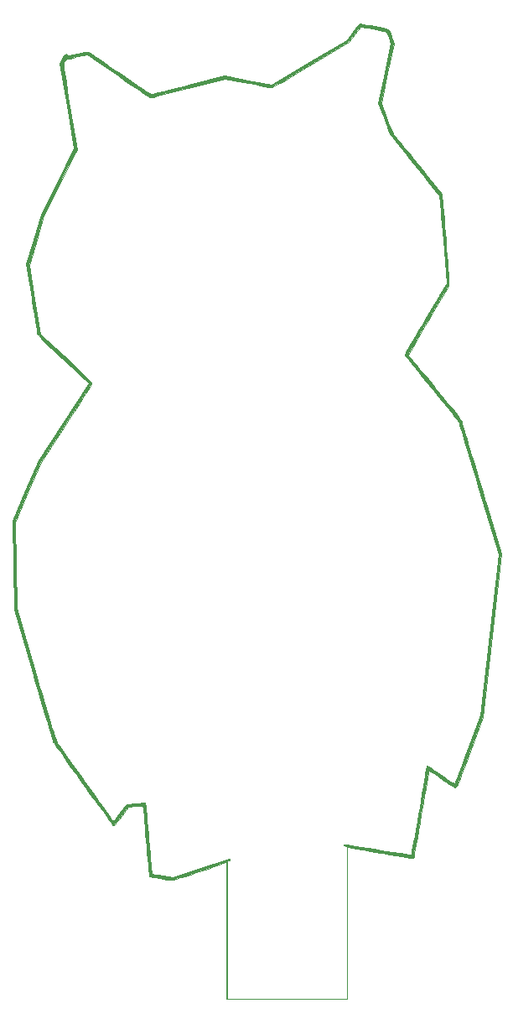
<source format=gm1>
G04 #@! TF.FileFunction,Profile,NP*
%FSLAX46Y46*%
G04 Gerber Fmt 4.6, Leading zero omitted, Abs format (unit mm)*
G04 Created by KiCad (PCBNEW 0.201507042246+5884~23~ubuntu14.04.1-product) date Thu 09 Jul 2015 02:20:40 PM PDT*
%MOMM*%
G01*
G04 APERTURE LIST*
%ADD10C,0.150000*%
%ADD11C,0.100000*%
%ADD12C,0.002540*%
G04 APERTURE END LIST*
D10*
D11*
X224688400Y-163322000D02*
X224688400Y-147878800D01*
X212547200Y-163322000D02*
X224688400Y-163322000D01*
X212547200Y-149352000D02*
X212547200Y-163322000D01*
X224663000Y-147828000D02*
X224663000Y-163322000D01*
X212471000Y-149352000D02*
X212471000Y-163322000D01*
D12*
G36*
X240256060Y-118361460D02*
X239316260Y-126606300D01*
X238373920Y-134851140D01*
X237187740Y-138099800D01*
X236872780Y-138958320D01*
X236611160Y-139672060D01*
X236397800Y-140253720D01*
X236225080Y-140718540D01*
X236087920Y-141079220D01*
X235981240Y-141351000D01*
X235899960Y-141549120D01*
X235836460Y-141683740D01*
X235785660Y-141772640D01*
X235739940Y-141825980D01*
X235699300Y-141861540D01*
X235653580Y-141889480D01*
X235648500Y-141894560D01*
X235574840Y-141917420D01*
X235473240Y-141899640D01*
X235323380Y-141831060D01*
X235102400Y-141698980D01*
X234792520Y-141490700D01*
X234373420Y-141198600D01*
X234221020Y-141089380D01*
X233817160Y-140804900D01*
X233464100Y-140561060D01*
X233184700Y-140373100D01*
X232996740Y-140253720D01*
X232925620Y-140218160D01*
X232907840Y-140304520D01*
X232864660Y-140543280D01*
X232801160Y-140919200D01*
X232714800Y-141411960D01*
X232613200Y-142011400D01*
X232496360Y-142702280D01*
X232369360Y-143464280D01*
X232232200Y-144284700D01*
X232173780Y-144640300D01*
X232034080Y-145481040D01*
X231902000Y-146268440D01*
X231777540Y-146992340D01*
X231668320Y-147632420D01*
X231574340Y-148173440D01*
X231495600Y-148602700D01*
X231439720Y-148902420D01*
X231409240Y-149054820D01*
X231401620Y-149072600D01*
X231312720Y-149067520D01*
X231073960Y-149039580D01*
X230703120Y-148986240D01*
X230217980Y-148912580D01*
X229638860Y-148821140D01*
X228981000Y-148714460D01*
X228262180Y-148595080D01*
X227947220Y-148541740D01*
X227027740Y-148386800D01*
X226265740Y-148252180D01*
X225648520Y-148137880D01*
X225163380Y-148041360D01*
X224800160Y-147957540D01*
X224546160Y-147883880D01*
X224391220Y-147820380D01*
X224322640Y-147764500D01*
X224327720Y-147708620D01*
X224337880Y-147698460D01*
X224429320Y-147701000D01*
X224670620Y-147731480D01*
X225041460Y-147782280D01*
X225526600Y-147855940D01*
X226105720Y-147947380D01*
X226761040Y-148054060D01*
X227477320Y-148173440D01*
X227744020Y-148219160D01*
X228594920Y-148361400D01*
X229344220Y-148483320D01*
X229981760Y-148579840D01*
X230492300Y-148653500D01*
X230868220Y-148699220D01*
X231099360Y-148717000D01*
X231170480Y-148709380D01*
X231195880Y-148612860D01*
X231246680Y-148366480D01*
X231320340Y-147982940D01*
X231411780Y-147482560D01*
X231518460Y-146878040D01*
X231637840Y-146187160D01*
X231767380Y-145425160D01*
X231902000Y-144609820D01*
X231937560Y-144399000D01*
X232100120Y-143403320D01*
X232239820Y-142562580D01*
X232356660Y-141861540D01*
X232450640Y-141290040D01*
X232529380Y-140835380D01*
X232592880Y-140479780D01*
X232641140Y-140215620D01*
X232681780Y-140027660D01*
X232712260Y-139903200D01*
X232737660Y-139829540D01*
X232760520Y-139793980D01*
X232783380Y-139783820D01*
X232808780Y-139783820D01*
X232821480Y-139783820D01*
X232915460Y-139829540D01*
X233126280Y-139961620D01*
X233428540Y-140162280D01*
X233796840Y-140416280D01*
X234210860Y-140705840D01*
X234223560Y-140716000D01*
X234729020Y-141071600D01*
X235110020Y-141325600D01*
X235374180Y-141483080D01*
X235534200Y-141551660D01*
X235592620Y-141541500D01*
X235633260Y-141442440D01*
X235724700Y-141198600D01*
X235864400Y-140832840D01*
X236039660Y-140355320D01*
X236250480Y-139788900D01*
X236484160Y-139148820D01*
X236740700Y-138452860D01*
X236888020Y-138049000D01*
X238125000Y-134660640D01*
X239049560Y-126547880D01*
X239974120Y-118435120D01*
X237990380Y-111823500D01*
X237683040Y-110799880D01*
X237393480Y-109824520D01*
X237119160Y-108905040D01*
X236865160Y-108054140D01*
X236639100Y-107289600D01*
X236440980Y-106616500D01*
X236275880Y-106052620D01*
X236146340Y-105608120D01*
X236057440Y-105295700D01*
X236011720Y-105125520D01*
X236006640Y-105100120D01*
X235953300Y-105013760D01*
X235803440Y-104810560D01*
X235564680Y-104505760D01*
X235249720Y-104106980D01*
X234866180Y-103632000D01*
X234426760Y-103090980D01*
X233941620Y-102496620D01*
X233418380Y-101864160D01*
X233339640Y-101767640D01*
X232808780Y-101127560D01*
X232310940Y-100523040D01*
X231853740Y-99966780D01*
X231449880Y-99474020D01*
X231109520Y-99057460D01*
X230842820Y-98729800D01*
X230662480Y-98503740D01*
X230576120Y-98391980D01*
X230573580Y-98386900D01*
X230555800Y-98328480D01*
X230565960Y-98234500D01*
X230616760Y-98092260D01*
X230713280Y-97889060D01*
X230863140Y-97607120D01*
X231073960Y-97233740D01*
X231353360Y-96751140D01*
X231711500Y-96146620D01*
X231902000Y-95829120D01*
X232285540Y-95181420D01*
X232676700Y-94521020D01*
X233060240Y-93878400D01*
X233415840Y-93278960D01*
X233723180Y-92758260D01*
X233969560Y-92341700D01*
X234027980Y-92242640D01*
X234726480Y-91059000D01*
X234393740Y-86664800D01*
X234327700Y-85816440D01*
X234264200Y-85018880D01*
X234203240Y-84287360D01*
X234147360Y-83639660D01*
X234096560Y-83091020D01*
X234053380Y-82654140D01*
X234017820Y-82351880D01*
X233994960Y-82194400D01*
X233987340Y-82176620D01*
X233921300Y-82092800D01*
X233758740Y-81892140D01*
X233512360Y-81587340D01*
X233192320Y-81191100D01*
X232811320Y-80718660D01*
X232376980Y-80185260D01*
X231904540Y-79601060D01*
X231546400Y-79161640D01*
X231051100Y-78544420D01*
X230581200Y-77965300D01*
X230154480Y-77434440D01*
X229781100Y-76967080D01*
X229471220Y-76575920D01*
X229237540Y-76278740D01*
X229090220Y-76088240D01*
X229044500Y-76027280D01*
X228975920Y-75882500D01*
X228859080Y-75605640D01*
X228711760Y-75232260D01*
X228544120Y-74785220D01*
X228384100Y-74345800D01*
X227855780Y-72872600D01*
X228493320Y-69865240D01*
X229130860Y-66857880D01*
X228922580Y-66299080D01*
X228808280Y-66012060D01*
X228706680Y-65783460D01*
X228640640Y-65669160D01*
X228640640Y-65666620D01*
X228536500Y-65628520D01*
X228295200Y-65565020D01*
X227949760Y-65488820D01*
X227530660Y-65405000D01*
X227312220Y-65366900D01*
X226060000Y-65138300D01*
X225465640Y-65928240D01*
X224873820Y-66718180D01*
X221020640Y-69001640D01*
X220284040Y-69438520D01*
X219590620Y-69847460D01*
X218953080Y-70220840D01*
X218389200Y-70551040D01*
X217906600Y-70830440D01*
X217523060Y-71048880D01*
X217251280Y-71201280D01*
X217103960Y-71280020D01*
X217083640Y-71287640D01*
X216982040Y-71272400D01*
X216735660Y-71226680D01*
X216367360Y-71158100D01*
X215900000Y-71069200D01*
X215353900Y-70965060D01*
X214751920Y-70848220D01*
X214675720Y-70832980D01*
X212351620Y-70378320D01*
X208620360Y-71340980D01*
X207853280Y-71539100D01*
X207134460Y-71721980D01*
X206484220Y-71889620D01*
X205915260Y-72031860D01*
X205445360Y-72151240D01*
X205092300Y-72237600D01*
X204873860Y-72288400D01*
X204805280Y-72303640D01*
X204718920Y-72257920D01*
X204510640Y-72123300D01*
X204190600Y-71909940D01*
X203774040Y-71630540D01*
X203276200Y-71292720D01*
X202712320Y-70906640D01*
X202092560Y-70479920D01*
X201564240Y-70114160D01*
X198412100Y-67924680D01*
X197388480Y-68168520D01*
X196989700Y-68265040D01*
X196651880Y-68351400D01*
X196405500Y-68417440D01*
X196291200Y-68458080D01*
X196288660Y-68458080D01*
X196197220Y-68562220D01*
X196095620Y-68732400D01*
X196072760Y-68795900D01*
X196057520Y-68887340D01*
X196054980Y-69019420D01*
X196067680Y-69204840D01*
X196093080Y-69458840D01*
X196138800Y-69794120D01*
X196202300Y-70228460D01*
X196288660Y-70772020D01*
X196395340Y-71440040D01*
X196527420Y-72247760D01*
X196687440Y-73205340D01*
X196695060Y-73245980D01*
X197408800Y-77533500D01*
X195742560Y-80865980D01*
X194073780Y-84201000D01*
X193332100Y-86707980D01*
X192587880Y-89217500D01*
X193128900Y-92676980D01*
X193667380Y-96139000D01*
X194129660Y-96560640D01*
X195008500Y-97373440D01*
X195813680Y-98122740D01*
X196540120Y-98803460D01*
X197180200Y-99413060D01*
X197728840Y-99941380D01*
X198180960Y-100385880D01*
X198526400Y-100738940D01*
X198762620Y-100992940D01*
X198882000Y-101142800D01*
X198897240Y-101180900D01*
X198846440Y-101274880D01*
X198709280Y-101495860D01*
X198498460Y-101833680D01*
X198221600Y-102273100D01*
X197883780Y-102801420D01*
X197497700Y-103403400D01*
X197070980Y-104066340D01*
X196611240Y-104777540D01*
X196334380Y-105201720D01*
X193807080Y-109093000D01*
X192468500Y-112138460D01*
X191127380Y-115186460D01*
X191221360Y-119527320D01*
X191315340Y-123865640D01*
X193255900Y-130492500D01*
X193558160Y-131518660D01*
X193850260Y-132504180D01*
X194127120Y-133433820D01*
X194386200Y-134292340D01*
X194622420Y-135069580D01*
X194833240Y-135752840D01*
X195013580Y-136331960D01*
X195158360Y-136789160D01*
X195267580Y-137114280D01*
X195336160Y-137297160D01*
X195351400Y-137327640D01*
X195427600Y-137436860D01*
X195592700Y-137668000D01*
X195836540Y-138010900D01*
X196148960Y-138452860D01*
X196522340Y-138981180D01*
X196946520Y-139578080D01*
X197408800Y-140233400D01*
X197906640Y-140934440D01*
X198198740Y-141351000D01*
X198706740Y-142064740D01*
X199186800Y-142740380D01*
X199628760Y-143365220D01*
X200025000Y-143921480D01*
X200367900Y-144401540D01*
X200644760Y-144787620D01*
X200847960Y-145069560D01*
X200969880Y-145234660D01*
X200997820Y-145270220D01*
X201058780Y-145293080D01*
X201152760Y-145239740D01*
X201295000Y-145092420D01*
X201503280Y-144835880D01*
X201759820Y-144495520D01*
X202417680Y-143611600D01*
X203342240Y-143550640D01*
X203718160Y-143527780D01*
X204028040Y-143517620D01*
X204233780Y-143515080D01*
X204302360Y-143525240D01*
X204315060Y-143614140D01*
X204343000Y-143852900D01*
X204378560Y-144228820D01*
X204424280Y-144716500D01*
X204477620Y-145305780D01*
X204538580Y-145973800D01*
X204599540Y-146702780D01*
X204635100Y-147104100D01*
X204698600Y-147858480D01*
X204759560Y-148562060D01*
X204815440Y-149194520D01*
X204866240Y-149735540D01*
X204906880Y-150172420D01*
X204939900Y-150484840D01*
X204960220Y-150652480D01*
X204965300Y-150680420D01*
X205056740Y-150705820D01*
X205282800Y-150749000D01*
X205607920Y-150804880D01*
X206001620Y-150870920D01*
X206021940Y-150873460D01*
X207045560Y-151033480D01*
X209943700Y-150065740D01*
X210609180Y-149844760D01*
X211221320Y-149644100D01*
X211764880Y-149466300D01*
X212217000Y-149321520D01*
X212564980Y-149212300D01*
X212788500Y-149146260D01*
X212867240Y-149128480D01*
X212867240Y-149219920D01*
X212844380Y-149291040D01*
X212755480Y-149349460D01*
X212526880Y-149448520D01*
X212181440Y-149583140D01*
X211739480Y-149748240D01*
X211226400Y-149933660D01*
X210662520Y-150131780D01*
X210068160Y-150334980D01*
X209468720Y-150538180D01*
X208884520Y-150728680D01*
X208340960Y-150906480D01*
X207855820Y-151056340D01*
X207451960Y-151175720D01*
X207154780Y-151257000D01*
X206982060Y-151290020D01*
X206966820Y-151290020D01*
X206801720Y-151272240D01*
X206512160Y-151234140D01*
X206136240Y-151178260D01*
X205742540Y-151117300D01*
X205351380Y-151053800D01*
X205026260Y-150997920D01*
X204802740Y-150954740D01*
X204708760Y-150931880D01*
X204698600Y-150845520D01*
X204673200Y-150606760D01*
X204637640Y-150235920D01*
X204594460Y-149748240D01*
X204541120Y-149164040D01*
X204485240Y-148496020D01*
X204421740Y-147767040D01*
X204388720Y-147365720D01*
X204322680Y-146608800D01*
X204261720Y-145905220D01*
X204205840Y-145275300D01*
X204157580Y-144731740D01*
X204116940Y-144297400D01*
X204083920Y-143984980D01*
X204063600Y-143817340D01*
X204058520Y-143789400D01*
X203967080Y-143781780D01*
X203746100Y-143786860D01*
X203438760Y-143804640D01*
X203316840Y-143814800D01*
X202605640Y-143868140D01*
X201889360Y-144830800D01*
X201625200Y-145178780D01*
X201391520Y-145468340D01*
X201208640Y-145679160D01*
X201096880Y-145785840D01*
X201079100Y-145796000D01*
X201020680Y-145727420D01*
X200873360Y-145536920D01*
X200647300Y-145237200D01*
X200357740Y-144843500D01*
X200009760Y-144368520D01*
X199616060Y-143827500D01*
X199184260Y-143235680D01*
X198729600Y-142605760D01*
X198257160Y-141952980D01*
X197782180Y-141290040D01*
X197312280Y-140634720D01*
X196857620Y-139999720D01*
X196428360Y-139397740D01*
X196034660Y-138846560D01*
X195689220Y-138356340D01*
X195402200Y-137944860D01*
X195181220Y-137627360D01*
X195038980Y-137414000D01*
X194998340Y-137350500D01*
X194965320Y-137253980D01*
X194886580Y-137005060D01*
X194769740Y-136618980D01*
X194614800Y-136105900D01*
X194426840Y-135481060D01*
X194210940Y-134757160D01*
X193969640Y-133941820D01*
X193705480Y-133052820D01*
X193426080Y-132100320D01*
X193131440Y-131094480D01*
X192994280Y-130632200D01*
X191061340Y-124033280D01*
X190964820Y-119524780D01*
X190870840Y-115018820D01*
X192211960Y-111970820D01*
X193553080Y-108922820D01*
X196082920Y-105031540D01*
X198610220Y-101140260D01*
X198180960Y-100756720D01*
X198015860Y-100606860D01*
X197746620Y-100357940D01*
X197388480Y-100025200D01*
X196961760Y-99628960D01*
X196484240Y-99181920D01*
X195971160Y-98704400D01*
X195595240Y-98351340D01*
X194937380Y-97731580D01*
X194403980Y-97218500D01*
X193989960Y-96807020D01*
X193687700Y-96492060D01*
X193492120Y-96268540D01*
X193400680Y-96131380D01*
X193393060Y-96108520D01*
X193370200Y-95976440D01*
X193327020Y-95697040D01*
X193260980Y-95290640D01*
X193179700Y-94772480D01*
X193083180Y-94165420D01*
X192976500Y-93487240D01*
X192862200Y-92755720D01*
X192826640Y-92524580D01*
X192300860Y-89164160D01*
X193045080Y-86639400D01*
X193786760Y-84114640D01*
X195453000Y-80772000D01*
X197116700Y-77426820D01*
X196400420Y-73159620D01*
X195686680Y-68889880D01*
X195922900Y-68397120D01*
X196093080Y-68087240D01*
X196237860Y-67924680D01*
X196349620Y-67911980D01*
X196400420Y-67998340D01*
X196479160Y-68028820D01*
X196684900Y-68013580D01*
X197032880Y-67952620D01*
X197429120Y-67863720D01*
X197825360Y-67777360D01*
X198165720Y-67713860D01*
X198417180Y-67678300D01*
X198539100Y-67675760D01*
X198630540Y-67734180D01*
X198846440Y-67876420D01*
X199171560Y-68094860D01*
X199593200Y-68381880D01*
X200093580Y-68724780D01*
X200657460Y-69115940D01*
X201274680Y-69540120D01*
X201709020Y-69842380D01*
X202351640Y-70286880D01*
X202953620Y-70698360D01*
X203502260Y-71069200D01*
X203979780Y-71389240D01*
X204376020Y-71648320D01*
X204670660Y-71836280D01*
X204853540Y-71942960D01*
X204904340Y-71965820D01*
X205013560Y-71945500D01*
X205270100Y-71887080D01*
X205656180Y-71793100D01*
X206151480Y-71671180D01*
X206743300Y-71521320D01*
X207411320Y-71353680D01*
X208140300Y-71165720D01*
X208686400Y-71026020D01*
X212323680Y-70088760D01*
X214683340Y-70545960D01*
X217043000Y-71005700D01*
X220855540Y-68745100D01*
X224665540Y-66484500D01*
X225259900Y-65689480D01*
X225501200Y-65377060D01*
X225706940Y-65115440D01*
X225859340Y-64937640D01*
X225930460Y-64869060D01*
X226052380Y-64869060D01*
X226303840Y-64902080D01*
X226649280Y-64957960D01*
X227055680Y-65031620D01*
X227487480Y-65115440D01*
X227916740Y-65204340D01*
X228305360Y-65290700D01*
X228622860Y-65369440D01*
X228833680Y-65430400D01*
X228907340Y-65463420D01*
X228965760Y-65590420D01*
X229062280Y-65829180D01*
X229176580Y-66131440D01*
X229199440Y-66194940D01*
X229428040Y-66819780D01*
X228790500Y-69824600D01*
X228152960Y-72829420D01*
X228691440Y-74312780D01*
X228866700Y-74787760D01*
X229024180Y-75209400D01*
X229156260Y-75552300D01*
X229252780Y-75788520D01*
X229303580Y-75890120D01*
X229369620Y-75973940D01*
X229532180Y-76177140D01*
X229781100Y-76481940D01*
X230101140Y-76880720D01*
X230482140Y-77353160D01*
X230916480Y-77889100D01*
X231388920Y-78475840D01*
X231775000Y-78950820D01*
X232270300Y-79565500D01*
X232735120Y-80139540D01*
X233159300Y-80662780D01*
X233527600Y-81119980D01*
X233829860Y-81495900D01*
X234058460Y-81777840D01*
X234200700Y-81953100D01*
X234241340Y-82006440D01*
X234261660Y-82108040D01*
X234292140Y-82356960D01*
X234330240Y-82737960D01*
X234375960Y-83233260D01*
X234429300Y-83817460D01*
X234485180Y-84477860D01*
X234543600Y-85194140D01*
X234602020Y-85945980D01*
X234662980Y-86713060D01*
X234718860Y-87477600D01*
X234774740Y-88224360D01*
X234825540Y-88927940D01*
X234868720Y-89573100D01*
X234906820Y-90142060D01*
X234932220Y-90611960D01*
X234950000Y-90967560D01*
X234955080Y-91186000D01*
X234952540Y-91249500D01*
X234899200Y-91346020D01*
X234769660Y-91569540D01*
X234571540Y-91912440D01*
X234312460Y-92354400D01*
X234002580Y-92882720D01*
X233646980Y-93482160D01*
X233258360Y-94137480D01*
X232869740Y-94792800D01*
X232404920Y-95577660D01*
X231990900Y-96286320D01*
X231635300Y-96903540D01*
X231343200Y-97424240D01*
X231119680Y-97833180D01*
X230969820Y-98125280D01*
X230901240Y-98287840D01*
X230896160Y-98315780D01*
X230962200Y-98399600D01*
X231124760Y-98600260D01*
X231373680Y-98907600D01*
X231698800Y-99303840D01*
X232089960Y-99778820D01*
X232537000Y-100319840D01*
X233027220Y-100911660D01*
X233550460Y-101544120D01*
X233611420Y-101617780D01*
X234254040Y-102397560D01*
X234792520Y-103055420D01*
X235237020Y-103604060D01*
X235592620Y-104051100D01*
X235861860Y-104404160D01*
X236057440Y-104673400D01*
X236184440Y-104866440D01*
X236250480Y-104993440D01*
X236260640Y-105044240D01*
X236288580Y-105249980D01*
X236357160Y-105537000D01*
X236420660Y-105742740D01*
X236524800Y-106047540D01*
X236636560Y-106387900D01*
X236761020Y-106773980D01*
X236900720Y-107221020D01*
X237060740Y-107736640D01*
X237246160Y-108338620D01*
X237459520Y-109037120D01*
X237703360Y-109844840D01*
X237982760Y-110777020D01*
X238302800Y-111841280D01*
X238668560Y-113055400D01*
X238716820Y-113217960D01*
X240256060Y-118361460D01*
X240256060Y-118361460D01*
X240256060Y-118361460D01*
G37*
X240256060Y-118361460D02*
X239316260Y-126606300D01*
X238373920Y-134851140D01*
X237187740Y-138099800D01*
X236872780Y-138958320D01*
X236611160Y-139672060D01*
X236397800Y-140253720D01*
X236225080Y-140718540D01*
X236087920Y-141079220D01*
X235981240Y-141351000D01*
X235899960Y-141549120D01*
X235836460Y-141683740D01*
X235785660Y-141772640D01*
X235739940Y-141825980D01*
X235699300Y-141861540D01*
X235653580Y-141889480D01*
X235648500Y-141894560D01*
X235574840Y-141917420D01*
X235473240Y-141899640D01*
X235323380Y-141831060D01*
X235102400Y-141698980D01*
X234792520Y-141490700D01*
X234373420Y-141198600D01*
X234221020Y-141089380D01*
X233817160Y-140804900D01*
X233464100Y-140561060D01*
X233184700Y-140373100D01*
X232996740Y-140253720D01*
X232925620Y-140218160D01*
X232907840Y-140304520D01*
X232864660Y-140543280D01*
X232801160Y-140919200D01*
X232714800Y-141411960D01*
X232613200Y-142011400D01*
X232496360Y-142702280D01*
X232369360Y-143464280D01*
X232232200Y-144284700D01*
X232173780Y-144640300D01*
X232034080Y-145481040D01*
X231902000Y-146268440D01*
X231777540Y-146992340D01*
X231668320Y-147632420D01*
X231574340Y-148173440D01*
X231495600Y-148602700D01*
X231439720Y-148902420D01*
X231409240Y-149054820D01*
X231401620Y-149072600D01*
X231312720Y-149067520D01*
X231073960Y-149039580D01*
X230703120Y-148986240D01*
X230217980Y-148912580D01*
X229638860Y-148821140D01*
X228981000Y-148714460D01*
X228262180Y-148595080D01*
X227947220Y-148541740D01*
X227027740Y-148386800D01*
X226265740Y-148252180D01*
X225648520Y-148137880D01*
X225163380Y-148041360D01*
X224800160Y-147957540D01*
X224546160Y-147883880D01*
X224391220Y-147820380D01*
X224322640Y-147764500D01*
X224327720Y-147708620D01*
X224337880Y-147698460D01*
X224429320Y-147701000D01*
X224670620Y-147731480D01*
X225041460Y-147782280D01*
X225526600Y-147855940D01*
X226105720Y-147947380D01*
X226761040Y-148054060D01*
X227477320Y-148173440D01*
X227744020Y-148219160D01*
X228594920Y-148361400D01*
X229344220Y-148483320D01*
X229981760Y-148579840D01*
X230492300Y-148653500D01*
X230868220Y-148699220D01*
X231099360Y-148717000D01*
X231170480Y-148709380D01*
X231195880Y-148612860D01*
X231246680Y-148366480D01*
X231320340Y-147982940D01*
X231411780Y-147482560D01*
X231518460Y-146878040D01*
X231637840Y-146187160D01*
X231767380Y-145425160D01*
X231902000Y-144609820D01*
X231937560Y-144399000D01*
X232100120Y-143403320D01*
X232239820Y-142562580D01*
X232356660Y-141861540D01*
X232450640Y-141290040D01*
X232529380Y-140835380D01*
X232592880Y-140479780D01*
X232641140Y-140215620D01*
X232681780Y-140027660D01*
X232712260Y-139903200D01*
X232737660Y-139829540D01*
X232760520Y-139793980D01*
X232783380Y-139783820D01*
X232808780Y-139783820D01*
X232821480Y-139783820D01*
X232915460Y-139829540D01*
X233126280Y-139961620D01*
X233428540Y-140162280D01*
X233796840Y-140416280D01*
X234210860Y-140705840D01*
X234223560Y-140716000D01*
X234729020Y-141071600D01*
X235110020Y-141325600D01*
X235374180Y-141483080D01*
X235534200Y-141551660D01*
X235592620Y-141541500D01*
X235633260Y-141442440D01*
X235724700Y-141198600D01*
X235864400Y-140832840D01*
X236039660Y-140355320D01*
X236250480Y-139788900D01*
X236484160Y-139148820D01*
X236740700Y-138452860D01*
X236888020Y-138049000D01*
X238125000Y-134660640D01*
X239049560Y-126547880D01*
X239974120Y-118435120D01*
X237990380Y-111823500D01*
X237683040Y-110799880D01*
X237393480Y-109824520D01*
X237119160Y-108905040D01*
X236865160Y-108054140D01*
X236639100Y-107289600D01*
X236440980Y-106616500D01*
X236275880Y-106052620D01*
X236146340Y-105608120D01*
X236057440Y-105295700D01*
X236011720Y-105125520D01*
X236006640Y-105100120D01*
X235953300Y-105013760D01*
X235803440Y-104810560D01*
X235564680Y-104505760D01*
X235249720Y-104106980D01*
X234866180Y-103632000D01*
X234426760Y-103090980D01*
X233941620Y-102496620D01*
X233418380Y-101864160D01*
X233339640Y-101767640D01*
X232808780Y-101127560D01*
X232310940Y-100523040D01*
X231853740Y-99966780D01*
X231449880Y-99474020D01*
X231109520Y-99057460D01*
X230842820Y-98729800D01*
X230662480Y-98503740D01*
X230576120Y-98391980D01*
X230573580Y-98386900D01*
X230555800Y-98328480D01*
X230565960Y-98234500D01*
X230616760Y-98092260D01*
X230713280Y-97889060D01*
X230863140Y-97607120D01*
X231073960Y-97233740D01*
X231353360Y-96751140D01*
X231711500Y-96146620D01*
X231902000Y-95829120D01*
X232285540Y-95181420D01*
X232676700Y-94521020D01*
X233060240Y-93878400D01*
X233415840Y-93278960D01*
X233723180Y-92758260D01*
X233969560Y-92341700D01*
X234027980Y-92242640D01*
X234726480Y-91059000D01*
X234393740Y-86664800D01*
X234327700Y-85816440D01*
X234264200Y-85018880D01*
X234203240Y-84287360D01*
X234147360Y-83639660D01*
X234096560Y-83091020D01*
X234053380Y-82654140D01*
X234017820Y-82351880D01*
X233994960Y-82194400D01*
X233987340Y-82176620D01*
X233921300Y-82092800D01*
X233758740Y-81892140D01*
X233512360Y-81587340D01*
X233192320Y-81191100D01*
X232811320Y-80718660D01*
X232376980Y-80185260D01*
X231904540Y-79601060D01*
X231546400Y-79161640D01*
X231051100Y-78544420D01*
X230581200Y-77965300D01*
X230154480Y-77434440D01*
X229781100Y-76967080D01*
X229471220Y-76575920D01*
X229237540Y-76278740D01*
X229090220Y-76088240D01*
X229044500Y-76027280D01*
X228975920Y-75882500D01*
X228859080Y-75605640D01*
X228711760Y-75232260D01*
X228544120Y-74785220D01*
X228384100Y-74345800D01*
X227855780Y-72872600D01*
X228493320Y-69865240D01*
X229130860Y-66857880D01*
X228922580Y-66299080D01*
X228808280Y-66012060D01*
X228706680Y-65783460D01*
X228640640Y-65669160D01*
X228640640Y-65666620D01*
X228536500Y-65628520D01*
X228295200Y-65565020D01*
X227949760Y-65488820D01*
X227530660Y-65405000D01*
X227312220Y-65366900D01*
X226060000Y-65138300D01*
X225465640Y-65928240D01*
X224873820Y-66718180D01*
X221020640Y-69001640D01*
X220284040Y-69438520D01*
X219590620Y-69847460D01*
X218953080Y-70220840D01*
X218389200Y-70551040D01*
X217906600Y-70830440D01*
X217523060Y-71048880D01*
X217251280Y-71201280D01*
X217103960Y-71280020D01*
X217083640Y-71287640D01*
X216982040Y-71272400D01*
X216735660Y-71226680D01*
X216367360Y-71158100D01*
X215900000Y-71069200D01*
X215353900Y-70965060D01*
X214751920Y-70848220D01*
X214675720Y-70832980D01*
X212351620Y-70378320D01*
X208620360Y-71340980D01*
X207853280Y-71539100D01*
X207134460Y-71721980D01*
X206484220Y-71889620D01*
X205915260Y-72031860D01*
X205445360Y-72151240D01*
X205092300Y-72237600D01*
X204873860Y-72288400D01*
X204805280Y-72303640D01*
X204718920Y-72257920D01*
X204510640Y-72123300D01*
X204190600Y-71909940D01*
X203774040Y-71630540D01*
X203276200Y-71292720D01*
X202712320Y-70906640D01*
X202092560Y-70479920D01*
X201564240Y-70114160D01*
X198412100Y-67924680D01*
X197388480Y-68168520D01*
X196989700Y-68265040D01*
X196651880Y-68351400D01*
X196405500Y-68417440D01*
X196291200Y-68458080D01*
X196288660Y-68458080D01*
X196197220Y-68562220D01*
X196095620Y-68732400D01*
X196072760Y-68795900D01*
X196057520Y-68887340D01*
X196054980Y-69019420D01*
X196067680Y-69204840D01*
X196093080Y-69458840D01*
X196138800Y-69794120D01*
X196202300Y-70228460D01*
X196288660Y-70772020D01*
X196395340Y-71440040D01*
X196527420Y-72247760D01*
X196687440Y-73205340D01*
X196695060Y-73245980D01*
X197408800Y-77533500D01*
X195742560Y-80865980D01*
X194073780Y-84201000D01*
X193332100Y-86707980D01*
X192587880Y-89217500D01*
X193128900Y-92676980D01*
X193667380Y-96139000D01*
X194129660Y-96560640D01*
X195008500Y-97373440D01*
X195813680Y-98122740D01*
X196540120Y-98803460D01*
X197180200Y-99413060D01*
X197728840Y-99941380D01*
X198180960Y-100385880D01*
X198526400Y-100738940D01*
X198762620Y-100992940D01*
X198882000Y-101142800D01*
X198897240Y-101180900D01*
X198846440Y-101274880D01*
X198709280Y-101495860D01*
X198498460Y-101833680D01*
X198221600Y-102273100D01*
X197883780Y-102801420D01*
X197497700Y-103403400D01*
X197070980Y-104066340D01*
X196611240Y-104777540D01*
X196334380Y-105201720D01*
X193807080Y-109093000D01*
X192468500Y-112138460D01*
X191127380Y-115186460D01*
X191221360Y-119527320D01*
X191315340Y-123865640D01*
X193255900Y-130492500D01*
X193558160Y-131518660D01*
X193850260Y-132504180D01*
X194127120Y-133433820D01*
X194386200Y-134292340D01*
X194622420Y-135069580D01*
X194833240Y-135752840D01*
X195013580Y-136331960D01*
X195158360Y-136789160D01*
X195267580Y-137114280D01*
X195336160Y-137297160D01*
X195351400Y-137327640D01*
X195427600Y-137436860D01*
X195592700Y-137668000D01*
X195836540Y-138010900D01*
X196148960Y-138452860D01*
X196522340Y-138981180D01*
X196946520Y-139578080D01*
X197408800Y-140233400D01*
X197906640Y-140934440D01*
X198198740Y-141351000D01*
X198706740Y-142064740D01*
X199186800Y-142740380D01*
X199628760Y-143365220D01*
X200025000Y-143921480D01*
X200367900Y-144401540D01*
X200644760Y-144787620D01*
X200847960Y-145069560D01*
X200969880Y-145234660D01*
X200997820Y-145270220D01*
X201058780Y-145293080D01*
X201152760Y-145239740D01*
X201295000Y-145092420D01*
X201503280Y-144835880D01*
X201759820Y-144495520D01*
X202417680Y-143611600D01*
X203342240Y-143550640D01*
X203718160Y-143527780D01*
X204028040Y-143517620D01*
X204233780Y-143515080D01*
X204302360Y-143525240D01*
X204315060Y-143614140D01*
X204343000Y-143852900D01*
X204378560Y-144228820D01*
X204424280Y-144716500D01*
X204477620Y-145305780D01*
X204538580Y-145973800D01*
X204599540Y-146702780D01*
X204635100Y-147104100D01*
X204698600Y-147858480D01*
X204759560Y-148562060D01*
X204815440Y-149194520D01*
X204866240Y-149735540D01*
X204906880Y-150172420D01*
X204939900Y-150484840D01*
X204960220Y-150652480D01*
X204965300Y-150680420D01*
X205056740Y-150705820D01*
X205282800Y-150749000D01*
X205607920Y-150804880D01*
X206001620Y-150870920D01*
X206021940Y-150873460D01*
X207045560Y-151033480D01*
X209943700Y-150065740D01*
X210609180Y-149844760D01*
X211221320Y-149644100D01*
X211764880Y-149466300D01*
X212217000Y-149321520D01*
X212564980Y-149212300D01*
X212788500Y-149146260D01*
X212867240Y-149128480D01*
X212867240Y-149219920D01*
X212844380Y-149291040D01*
X212755480Y-149349460D01*
X212526880Y-149448520D01*
X212181440Y-149583140D01*
X211739480Y-149748240D01*
X211226400Y-149933660D01*
X210662520Y-150131780D01*
X210068160Y-150334980D01*
X209468720Y-150538180D01*
X208884520Y-150728680D01*
X208340960Y-150906480D01*
X207855820Y-151056340D01*
X207451960Y-151175720D01*
X207154780Y-151257000D01*
X206982060Y-151290020D01*
X206966820Y-151290020D01*
X206801720Y-151272240D01*
X206512160Y-151234140D01*
X206136240Y-151178260D01*
X205742540Y-151117300D01*
X205351380Y-151053800D01*
X205026260Y-150997920D01*
X204802740Y-150954740D01*
X204708760Y-150931880D01*
X204698600Y-150845520D01*
X204673200Y-150606760D01*
X204637640Y-150235920D01*
X204594460Y-149748240D01*
X204541120Y-149164040D01*
X204485240Y-148496020D01*
X204421740Y-147767040D01*
X204388720Y-147365720D01*
X204322680Y-146608800D01*
X204261720Y-145905220D01*
X204205840Y-145275300D01*
X204157580Y-144731740D01*
X204116940Y-144297400D01*
X204083920Y-143984980D01*
X204063600Y-143817340D01*
X204058520Y-143789400D01*
X203967080Y-143781780D01*
X203746100Y-143786860D01*
X203438760Y-143804640D01*
X203316840Y-143814800D01*
X202605640Y-143868140D01*
X201889360Y-144830800D01*
X201625200Y-145178780D01*
X201391520Y-145468340D01*
X201208640Y-145679160D01*
X201096880Y-145785840D01*
X201079100Y-145796000D01*
X201020680Y-145727420D01*
X200873360Y-145536920D01*
X200647300Y-145237200D01*
X200357740Y-144843500D01*
X200009760Y-144368520D01*
X199616060Y-143827500D01*
X199184260Y-143235680D01*
X198729600Y-142605760D01*
X198257160Y-141952980D01*
X197782180Y-141290040D01*
X197312280Y-140634720D01*
X196857620Y-139999720D01*
X196428360Y-139397740D01*
X196034660Y-138846560D01*
X195689220Y-138356340D01*
X195402200Y-137944860D01*
X195181220Y-137627360D01*
X195038980Y-137414000D01*
X194998340Y-137350500D01*
X194965320Y-137253980D01*
X194886580Y-137005060D01*
X194769740Y-136618980D01*
X194614800Y-136105900D01*
X194426840Y-135481060D01*
X194210940Y-134757160D01*
X193969640Y-133941820D01*
X193705480Y-133052820D01*
X193426080Y-132100320D01*
X193131440Y-131094480D01*
X192994280Y-130632200D01*
X191061340Y-124033280D01*
X190964820Y-119524780D01*
X190870840Y-115018820D01*
X192211960Y-111970820D01*
X193553080Y-108922820D01*
X196082920Y-105031540D01*
X198610220Y-101140260D01*
X198180960Y-100756720D01*
X198015860Y-100606860D01*
X197746620Y-100357940D01*
X197388480Y-100025200D01*
X196961760Y-99628960D01*
X196484240Y-99181920D01*
X195971160Y-98704400D01*
X195595240Y-98351340D01*
X194937380Y-97731580D01*
X194403980Y-97218500D01*
X193989960Y-96807020D01*
X193687700Y-96492060D01*
X193492120Y-96268540D01*
X193400680Y-96131380D01*
X193393060Y-96108520D01*
X193370200Y-95976440D01*
X193327020Y-95697040D01*
X193260980Y-95290640D01*
X193179700Y-94772480D01*
X193083180Y-94165420D01*
X192976500Y-93487240D01*
X192862200Y-92755720D01*
X192826640Y-92524580D01*
X192300860Y-89164160D01*
X193045080Y-86639400D01*
X193786760Y-84114640D01*
X195453000Y-80772000D01*
X197116700Y-77426820D01*
X196400420Y-73159620D01*
X195686680Y-68889880D01*
X195922900Y-68397120D01*
X196093080Y-68087240D01*
X196237860Y-67924680D01*
X196349620Y-67911980D01*
X196400420Y-67998340D01*
X196479160Y-68028820D01*
X196684900Y-68013580D01*
X197032880Y-67952620D01*
X197429120Y-67863720D01*
X197825360Y-67777360D01*
X198165720Y-67713860D01*
X198417180Y-67678300D01*
X198539100Y-67675760D01*
X198630540Y-67734180D01*
X198846440Y-67876420D01*
X199171560Y-68094860D01*
X199593200Y-68381880D01*
X200093580Y-68724780D01*
X200657460Y-69115940D01*
X201274680Y-69540120D01*
X201709020Y-69842380D01*
X202351640Y-70286880D01*
X202953620Y-70698360D01*
X203502260Y-71069200D01*
X203979780Y-71389240D01*
X204376020Y-71648320D01*
X204670660Y-71836280D01*
X204853540Y-71942960D01*
X204904340Y-71965820D01*
X205013560Y-71945500D01*
X205270100Y-71887080D01*
X205656180Y-71793100D01*
X206151480Y-71671180D01*
X206743300Y-71521320D01*
X207411320Y-71353680D01*
X208140300Y-71165720D01*
X208686400Y-71026020D01*
X212323680Y-70088760D01*
X214683340Y-70545960D01*
X217043000Y-71005700D01*
X220855540Y-68745100D01*
X224665540Y-66484500D01*
X225259900Y-65689480D01*
X225501200Y-65377060D01*
X225706940Y-65115440D01*
X225859340Y-64937640D01*
X225930460Y-64869060D01*
X226052380Y-64869060D01*
X226303840Y-64902080D01*
X226649280Y-64957960D01*
X227055680Y-65031620D01*
X227487480Y-65115440D01*
X227916740Y-65204340D01*
X228305360Y-65290700D01*
X228622860Y-65369440D01*
X228833680Y-65430400D01*
X228907340Y-65463420D01*
X228965760Y-65590420D01*
X229062280Y-65829180D01*
X229176580Y-66131440D01*
X229199440Y-66194940D01*
X229428040Y-66819780D01*
X228790500Y-69824600D01*
X228152960Y-72829420D01*
X228691440Y-74312780D01*
X228866700Y-74787760D01*
X229024180Y-75209400D01*
X229156260Y-75552300D01*
X229252780Y-75788520D01*
X229303580Y-75890120D01*
X229369620Y-75973940D01*
X229532180Y-76177140D01*
X229781100Y-76481940D01*
X230101140Y-76880720D01*
X230482140Y-77353160D01*
X230916480Y-77889100D01*
X231388920Y-78475840D01*
X231775000Y-78950820D01*
X232270300Y-79565500D01*
X232735120Y-80139540D01*
X233159300Y-80662780D01*
X233527600Y-81119980D01*
X233829860Y-81495900D01*
X234058460Y-81777840D01*
X234200700Y-81953100D01*
X234241340Y-82006440D01*
X234261660Y-82108040D01*
X234292140Y-82356960D01*
X234330240Y-82737960D01*
X234375960Y-83233260D01*
X234429300Y-83817460D01*
X234485180Y-84477860D01*
X234543600Y-85194140D01*
X234602020Y-85945980D01*
X234662980Y-86713060D01*
X234718860Y-87477600D01*
X234774740Y-88224360D01*
X234825540Y-88927940D01*
X234868720Y-89573100D01*
X234906820Y-90142060D01*
X234932220Y-90611960D01*
X234950000Y-90967560D01*
X234955080Y-91186000D01*
X234952540Y-91249500D01*
X234899200Y-91346020D01*
X234769660Y-91569540D01*
X234571540Y-91912440D01*
X234312460Y-92354400D01*
X234002580Y-92882720D01*
X233646980Y-93482160D01*
X233258360Y-94137480D01*
X232869740Y-94792800D01*
X232404920Y-95577660D01*
X231990900Y-96286320D01*
X231635300Y-96903540D01*
X231343200Y-97424240D01*
X231119680Y-97833180D01*
X230969820Y-98125280D01*
X230901240Y-98287840D01*
X230896160Y-98315780D01*
X230962200Y-98399600D01*
X231124760Y-98600260D01*
X231373680Y-98907600D01*
X231698800Y-99303840D01*
X232089960Y-99778820D01*
X232537000Y-100319840D01*
X233027220Y-100911660D01*
X233550460Y-101544120D01*
X233611420Y-101617780D01*
X234254040Y-102397560D01*
X234792520Y-103055420D01*
X235237020Y-103604060D01*
X235592620Y-104051100D01*
X235861860Y-104404160D01*
X236057440Y-104673400D01*
X236184440Y-104866440D01*
X236250480Y-104993440D01*
X236260640Y-105044240D01*
X236288580Y-105249980D01*
X236357160Y-105537000D01*
X236420660Y-105742740D01*
X236524800Y-106047540D01*
X236636560Y-106387900D01*
X236761020Y-106773980D01*
X236900720Y-107221020D01*
X237060740Y-107736640D01*
X237246160Y-108338620D01*
X237459520Y-109037120D01*
X237703360Y-109844840D01*
X237982760Y-110777020D01*
X238302800Y-111841280D01*
X238668560Y-113055400D01*
X238716820Y-113217960D01*
X240256060Y-118361460D01*
X240256060Y-118361460D01*
M02*

</source>
